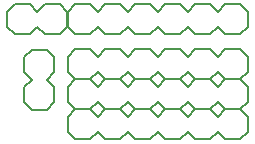
<source format=gto>
G75*
G70*
%OFA0B0*%
%FSLAX24Y24*%
%IPPOS*%
%LPD*%
%AMOC8*
5,1,8,0,0,1.08239X$1,22.5*
%
%ADD10C,0.0080*%
D10*
X002584Y001169D02*
X002834Y000919D01*
X003334Y000919D01*
X003584Y001169D01*
X003834Y000919D01*
X004334Y000919D01*
X004584Y001169D01*
X004834Y000919D01*
X005334Y000919D01*
X005584Y001169D01*
X005834Y000919D01*
X006334Y000919D01*
X006584Y001169D01*
X006834Y000919D01*
X007334Y000919D01*
X007584Y001169D01*
X007834Y000919D01*
X008334Y000919D01*
X008584Y001169D01*
X008584Y001669D01*
X008334Y001919D01*
X007834Y001919D01*
X007584Y002169D01*
X007334Y001919D01*
X006834Y001919D01*
X006584Y002169D01*
X006334Y001919D01*
X005834Y001919D01*
X005584Y002169D01*
X005334Y001919D01*
X004834Y001919D01*
X004584Y002169D01*
X004334Y001919D01*
X003834Y001919D01*
X003584Y002169D01*
X003334Y001919D01*
X002834Y001919D01*
X002584Y002169D01*
X002584Y002669D01*
X002834Y002919D01*
X003334Y002919D01*
X003584Y002669D01*
X003834Y002919D01*
X004334Y002919D01*
X004584Y002669D01*
X004834Y002919D01*
X005334Y002919D01*
X005584Y002669D01*
X005834Y002919D01*
X006334Y002919D01*
X006584Y002669D01*
X006834Y002919D01*
X007334Y002919D01*
X007584Y002669D01*
X007834Y002919D01*
X008334Y002919D01*
X008584Y002669D01*
X008584Y002169D01*
X008334Y001919D01*
X007834Y001919D01*
X007584Y001669D01*
X007334Y001919D01*
X006834Y001919D01*
X006584Y001669D01*
X006334Y001919D01*
X005834Y001919D01*
X005584Y001669D01*
X005334Y001919D01*
X004834Y001919D01*
X004584Y001669D01*
X004334Y001919D01*
X003834Y001919D01*
X003584Y001669D01*
X003334Y001919D01*
X002834Y001919D01*
X002584Y001669D01*
X002584Y001169D01*
X001885Y001899D02*
X001385Y001899D01*
X001135Y002149D01*
X001135Y002649D01*
X001385Y002899D01*
X001135Y003149D01*
X001135Y003649D01*
X001385Y003899D01*
X001885Y003899D01*
X002135Y003649D01*
X002135Y003149D01*
X001885Y002899D01*
X002135Y002649D01*
X002135Y002149D01*
X001885Y001899D01*
X002834Y002919D02*
X003334Y002919D01*
X003584Y003169D01*
X003834Y002919D01*
X004334Y002919D01*
X004584Y003169D01*
X004834Y002919D01*
X005334Y002919D01*
X005584Y003169D01*
X005834Y002919D01*
X006334Y002919D01*
X006584Y003169D01*
X006834Y002919D01*
X007334Y002919D01*
X007584Y003169D01*
X007834Y002919D01*
X008334Y002919D01*
X008584Y003169D01*
X008584Y003669D01*
X008334Y003919D01*
X007834Y003919D01*
X007584Y003669D01*
X007334Y003919D01*
X006834Y003919D01*
X006584Y003669D01*
X006334Y003919D01*
X005834Y003919D01*
X005584Y003669D01*
X005334Y003919D01*
X004834Y003919D01*
X004584Y003669D01*
X004334Y003919D01*
X003834Y003919D01*
X003584Y003669D01*
X003334Y003919D01*
X002834Y003919D01*
X002584Y003669D01*
X002584Y003169D01*
X002834Y002919D01*
X002834Y004419D02*
X003334Y004419D01*
X003584Y004669D01*
X003834Y004419D01*
X004334Y004419D01*
X004584Y004669D01*
X004834Y004419D01*
X005334Y004419D01*
X005584Y004669D01*
X005834Y004419D01*
X006334Y004419D01*
X006584Y004669D01*
X006834Y004419D01*
X007334Y004419D01*
X007584Y004669D01*
X007834Y004419D01*
X008334Y004419D01*
X008584Y004669D01*
X008584Y005169D01*
X008334Y005419D01*
X007834Y005419D01*
X007584Y005169D01*
X007334Y005419D01*
X006834Y005419D01*
X006584Y005169D01*
X006334Y005419D01*
X005834Y005419D01*
X005584Y005169D01*
X005334Y005419D01*
X004834Y005419D01*
X004584Y005169D01*
X004334Y005419D01*
X003834Y005419D01*
X003584Y005169D01*
X003334Y005419D01*
X002834Y005419D01*
X002584Y005169D01*
X002584Y004669D01*
X002834Y004419D01*
X002569Y004677D02*
X002319Y004427D01*
X001819Y004427D01*
X001569Y004677D01*
X001319Y004427D01*
X000819Y004427D01*
X000569Y004677D01*
X000569Y005177D01*
X000819Y005427D01*
X001319Y005427D01*
X001569Y005177D01*
X001819Y005427D01*
X002319Y005427D01*
X002569Y005177D01*
X002569Y004677D01*
M02*

</source>
